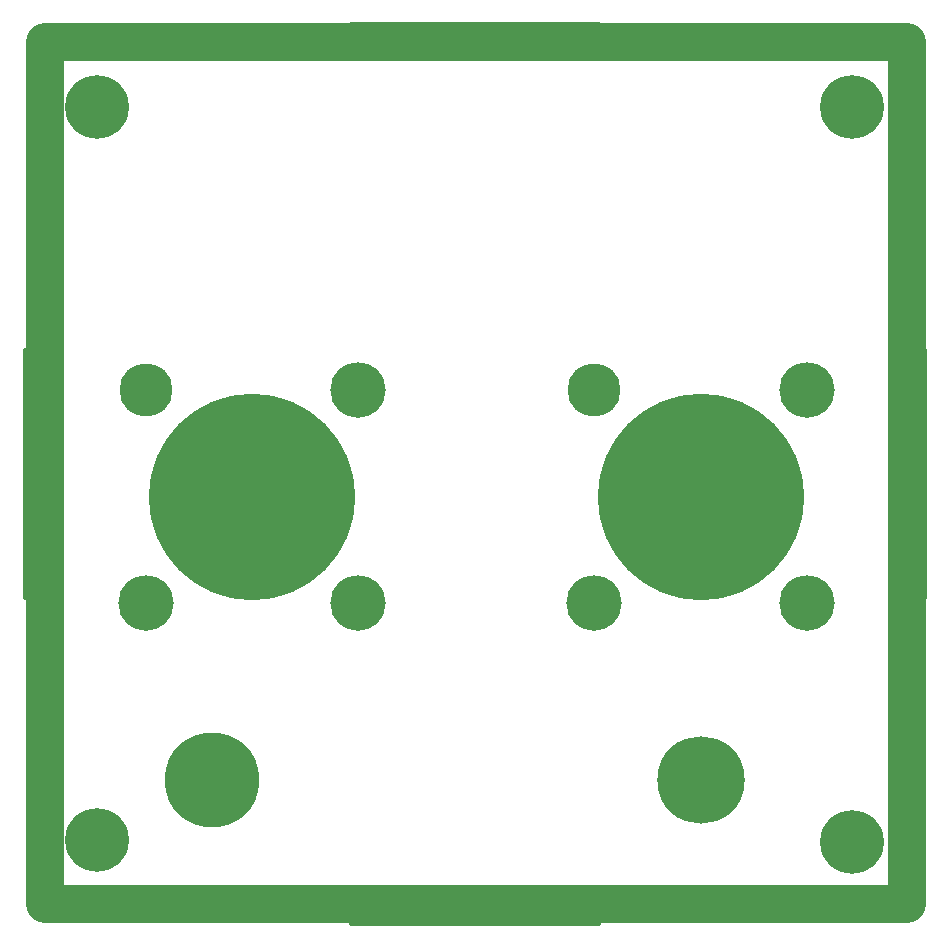
<source format=gbr>
%TF.GenerationSoftware,KiCad,Pcbnew,7.0.5-0*%
%TF.CreationDate,2024-04-21T20:18:31-04:00*%
%TF.ProjectId,swr_meter_rear,7377725f-6d65-4746-9572-5f726561722e,rev?*%
%TF.SameCoordinates,Original*%
%TF.FileFunction,Soldermask,Top*%
%TF.FilePolarity,Negative*%
%FSLAX46Y46*%
G04 Gerber Fmt 4.6, Leading zero omitted, Abs format (unit mm)*
G04 Created by KiCad (PCBNEW 7.0.5-0) date 2024-04-21 20:18:31*
%MOMM*%
%LPD*%
G01*
G04 APERTURE LIST*
%ADD10C,3.200000*%
%ADD11C,7.400000*%
%ADD12C,5.400000*%
%ADD13C,8.000000*%
%ADD14C,17.500000*%
%ADD15C,4.700000*%
%ADD16C,4.500000*%
%TA.AperFunction,Profile*%
%ADD17C,0.349999*%
%TD*%
G04 APERTURE END LIST*
D10*
%TO.C,REF\u002A\u002A*%
X100117398Y-26878000D02*
X173117398Y-26878000D01*
X173117398Y-26878000D02*
X173117398Y-99878000D01*
X173117398Y-99878000D02*
X100117398Y-99878000D01*
X100117398Y-99878000D02*
X100117398Y-26878000D01*
%TD*%
D11*
%TO.C,H5*%
X155637884Y-89421332D03*
%TD*%
D12*
%TO.C,H16*%
X104549998Y-94490000D03*
%TD*%
D13*
%TO.C,REF\u002A\u002A*%
X114237884Y-89421332D03*
%TD*%
D12*
%TO.C,H15*%
X104549998Y-32410000D03*
%TD*%
%TO.C,H18*%
X168469998Y-94590000D03*
%TD*%
%TO.C,H17*%
X168479998Y-32390000D03*
%TD*%
D14*
%TO.C,J51*%
X117637884Y-65388658D03*
D15*
X126637884Y-74388658D03*
X126637884Y-56388658D03*
X108637884Y-74388658D03*
D16*
X108637884Y-56388658D03*
%TD*%
D14*
%TO.C,J52*%
X155637884Y-65388658D03*
D15*
X164637884Y-74388658D03*
X164637884Y-56388658D03*
X146637884Y-74388658D03*
D16*
X146637884Y-56388658D03*
%TD*%
D17*
X173000000Y-27000000D02*
X147000000Y-27000000D01*
X126000000Y-100000000D02*
X100000000Y-100000000D01*
X147000000Y-25400002D02*
X126000000Y-25400002D01*
X173000000Y-53000000D02*
X173000000Y-27000000D01*
X173000000Y-74000000D02*
X174599998Y-74000000D01*
X174599998Y-74000000D02*
X174599998Y-53000000D01*
X98400001Y-74000000D02*
X100000000Y-74000000D01*
X100000000Y-53000000D02*
X98400001Y-53000000D01*
X100000000Y-74000000D02*
X100000000Y-100000000D01*
X98400001Y-53000000D02*
X98400001Y-74000000D01*
X174599998Y-53000000D02*
X173000000Y-53000000D01*
X100000000Y-27000000D02*
X100000000Y-53000000D01*
X126000000Y-25400002D02*
X126000000Y-27000000D01*
X147000000Y-101599999D02*
X147000000Y-100000000D01*
X147000000Y-25400002D02*
X147000000Y-27000000D01*
X126000000Y-100000000D02*
X126000000Y-101599999D01*
X126000000Y-101599999D02*
X147000000Y-101599999D01*
X126000000Y-27000000D02*
X100000000Y-27000000D01*
X173000000Y-100000000D02*
X173000000Y-74000000D01*
X147000000Y-100000000D02*
X173000000Y-100000000D01*
M02*

</source>
